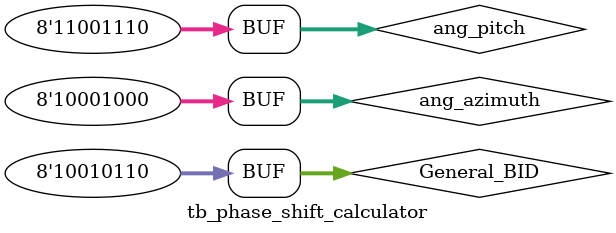
<source format=v>
`timescale 1ns / 1ps


module tb_phase_shift_calculator();

    // Inputs
    reg signed [7:0] ang_pitch;
    reg signed [7:0] ang_azimuth;
    reg [7:0] General_BID;

    // Outputs
    wire signed [7:0] PSB0;
    wire signed [7:0] PSB1;
    wire signed [7:0] PSB2;
    wire signed [7:0] PSB3;
    wire signed [7:0] PSB4;
    wire signed [7:0] PSB5;
    wire signed [7:0] PSB6;
    wire signed [7:0] PSB7;

    // Instantiate the Unit Under Test (UUT)
    phase_shift_calculator uut (
        .ang_pitch(ang_pitch), 
        .ang_azimuth(ang_azimuth), 
        .General_BID(General_BID), 
        .PSB0(PSB0), 
        .PSB1(PSB1), 
        .PSB2(PSB2), 
        .PSB3(PSB3), 
        .PSB4(PSB4), 
        .PSB5(PSB5), 
        .PSB6(PSB6), 
        .PSB7(PSB7)
    );

    initial begin
        // Initialize Inputs
        // ang_pitch = 8'd30;       // 
        ang_pitch = -8'd50;       // 1100_1110

        // ang_azimuth = 8'd60;     // 
        // ang_azimuth = 8'd60;     // 
        ang_azimuth = -8'd120;     // 1000_1000

        General_BID = 8'd150;    // 广义Board编号

        // Wait 100 ns for global reset to finish
        #100;
        
        // Add additional stimulus here if necessary
        // For example, you might want to test different angles or BID values.
    end
      
endmodule

</source>
